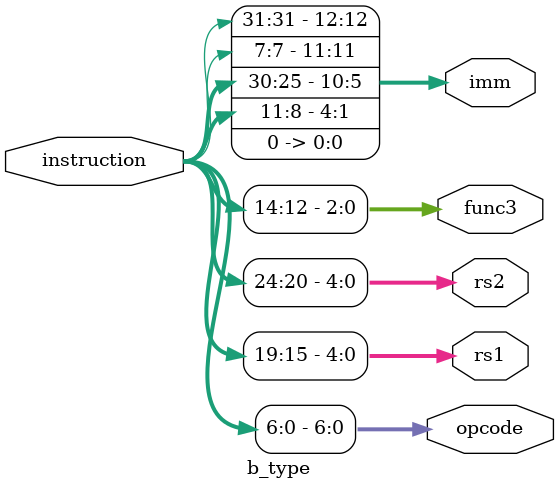
<source format=v>
`timescale 1ns / 1ps

module b_type(
    input [31:0] instruction,  // 32-bit B-Type instruction
    output [6:0] opcode,       // Opcode (bits [6:0])
    output [4:0] rs1,          // Source register 1 (bits [19:15])
    output [4:0] rs2,          // Source register 2 (bits [24:20])
    output [2:0] func3,        // Function code (bits [14:12])
    output [12:0] imm          // Immediate value (bits [31:31], [7:7], [30:25], [11:8])
);

    // Assign fields based on the B-Type instruction format
    assign opcode = instruction[6:0];  // Opcode
    assign rs1    = instruction[19:15]; // Source register 1
    assign rs2    = instruction[24:20]; // Source register 2
    assign func3  = instruction[14:12]; // Function code (func3)
    assign imm    = {instruction[31],   // imm[12] (sign bit)
                     instruction[7],    // imm[11]
                     instruction[30:25], // imm[10:5]
                     instruction[11:8], // imm[4:1]
                     1'b0};             // imm[0] (always 0 for alignment)

endmodule

</source>
